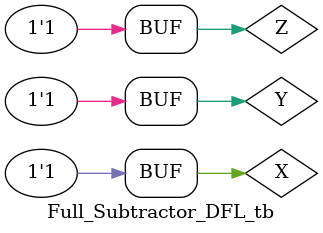
<source format=v>
module Full_Subtractor_21BCE3546(output D, B, input X, Y, Z);
assign D = X ^ Y ^ Z;
assign B = ~X & (Y^Z) | Y & Z;
endmodule
//Test bench for Full Subtractor
module Full_Subtractor_DFL_tb;
wire D, B;
reg X, Y, Z;
Full_Subtractor_21BCE3546 Instance0 (D, B, X, Y, Z);
initial begin
//$dumpfile("xyz.vcd"); //$dumpvars; //set stimulus to test the code
 $display("21BCE3546 - Verilog code for Full Subtractor in Data flow level");
 X = 0; Y = 0; Z = 0;
#1 X = 0; Y = 0; Z = 1;
#1 X = 0; Y = 1; Z = 0;
#1 X = 0; Y = 1; Z = 1;
#1 X = 1; Y = 0; Z = 0;
#1 X = 1; Y = 0; Z = 1;
#1 X = 1; Y = 1; Z = 0;
#1 X = 1; Y = 1; Z = 1;
end
initial begin
 $monitor ("|Time%tms,| X = %d| Y = %d| Z = %d| B = %d| D = %d|",$time, X, Y, Z, B, D);
 $dumpfile("dump.vcd");
 $dumpvars();
end
endmodule
</source>
